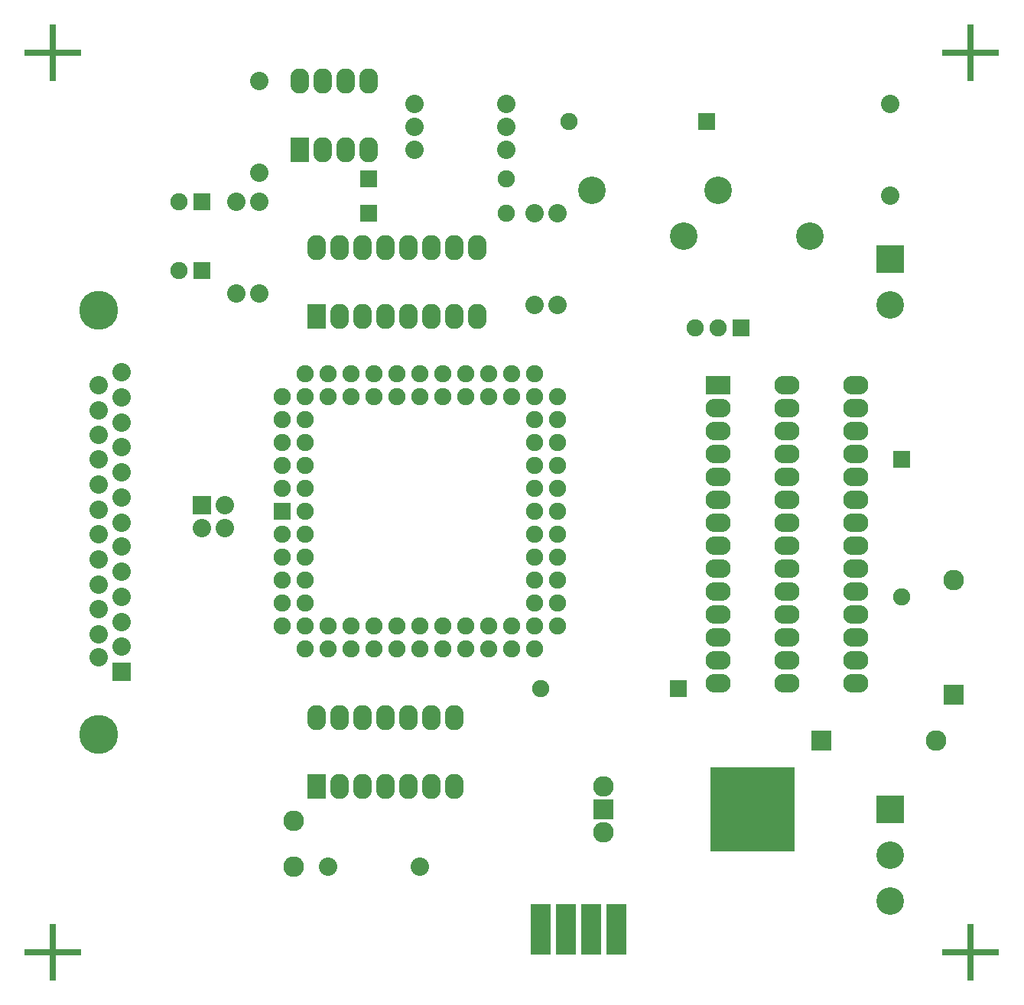
<source format=gts>
G04 (created by PCBNEW-RS274X (2012-apr-16-27)-stable) date Втр 01 Янв 2013 22:40:23*
G01*
G70*
G90*
%MOIN*%
G04 Gerber Fmt 3.4, Leading zero omitted, Abs format*
%FSLAX34Y34*%
G04 APERTURE LIST*
%ADD10C,0.006000*%
%ADD11R,0.110000X0.082000*%
%ADD12O,0.110000X0.082000*%
%ADD13R,0.130000X0.030000*%
%ADD14R,0.030000X0.130000*%
%ADD15C,0.030000*%
%ADD16R,0.110000X0.030000*%
%ADD17R,0.090000X0.220000*%
%ADD18R,0.120000X0.120000*%
%ADD19C,0.120000*%
%ADD20C,0.080000*%
%ADD21C,0.090000*%
%ADD22R,0.090000X0.090000*%
%ADD23R,0.075000X0.075000*%
%ADD24C,0.075000*%
%ADD25R,0.082000X0.110000*%
%ADD26O,0.082000X0.110000*%
%ADD27R,0.080000X0.080000*%
%ADD28R,0.370000X0.370000*%
%ADD29C,0.170000*%
G04 APERTURE END LIST*
G54D10*
G54D11*
X66250Y-28750D03*
G54D12*
X66250Y-29750D03*
X66250Y-30750D03*
X66250Y-31750D03*
X66250Y-32750D03*
X66250Y-33750D03*
X66250Y-34750D03*
X66250Y-35750D03*
X66250Y-36750D03*
X66250Y-37750D03*
X66250Y-38750D03*
X66250Y-39750D03*
X66250Y-40750D03*
X66250Y-41750D03*
X72250Y-41750D03*
X72250Y-40750D03*
X72250Y-39750D03*
X72250Y-38750D03*
X72250Y-37750D03*
X72250Y-36750D03*
X72250Y-35750D03*
X72250Y-34750D03*
X72250Y-33750D03*
X72250Y-32750D03*
X72250Y-31750D03*
X72250Y-30750D03*
X72250Y-29750D03*
X72250Y-28750D03*
X69250Y-41750D03*
X69250Y-40750D03*
X69250Y-39750D03*
X69250Y-38750D03*
X69250Y-37750D03*
X69250Y-36750D03*
X69250Y-35750D03*
X69250Y-34750D03*
X69250Y-33750D03*
X69250Y-32750D03*
X69250Y-31750D03*
X69250Y-30750D03*
X69250Y-29750D03*
X69250Y-28750D03*
G54D13*
X36650Y-14250D03*
G54D14*
X37250Y-13650D03*
G54D15*
X37250Y-14250D03*
G54D16*
X36650Y-14250D03*
G54D14*
X37250Y-14850D03*
G54D13*
X37850Y-14250D03*
X76650Y-14250D03*
G54D14*
X77250Y-13650D03*
G54D15*
X77250Y-14250D03*
G54D16*
X76650Y-14250D03*
G54D14*
X77250Y-14850D03*
G54D13*
X77850Y-14250D03*
X76650Y-53500D03*
G54D14*
X77250Y-52900D03*
G54D15*
X77250Y-53500D03*
G54D16*
X76650Y-53500D03*
G54D14*
X77250Y-54100D03*
G54D13*
X77850Y-53500D03*
X36650Y-53500D03*
G54D14*
X37250Y-52900D03*
G54D15*
X37250Y-53500D03*
G54D16*
X36650Y-53500D03*
G54D14*
X37250Y-54100D03*
G54D13*
X37850Y-53500D03*
G54D17*
X61800Y-52500D03*
X60700Y-52500D03*
X59600Y-52500D03*
X58500Y-52500D03*
G54D18*
X73750Y-47250D03*
G54D19*
X73750Y-49250D03*
X73750Y-51250D03*
G54D20*
X46250Y-15500D03*
X46250Y-19500D03*
X53000Y-16500D03*
X57000Y-16500D03*
X73750Y-20500D03*
X73750Y-16500D03*
X53000Y-18500D03*
X57000Y-18500D03*
X53000Y-17500D03*
X57000Y-17500D03*
G54D21*
X76500Y-37250D03*
G54D22*
X76500Y-42250D03*
G54D23*
X65750Y-17250D03*
G54D24*
X59750Y-17250D03*
G54D23*
X51000Y-19750D03*
G54D24*
X57000Y-19750D03*
G54D25*
X48000Y-18500D03*
G54D26*
X49000Y-18500D03*
X50000Y-18500D03*
X51000Y-18500D03*
X51000Y-15500D03*
X50000Y-15500D03*
X49000Y-15500D03*
X48000Y-15500D03*
G54D27*
X43750Y-34000D03*
G54D20*
X44750Y-34000D03*
X43750Y-35000D03*
X44750Y-35000D03*
X59250Y-25250D03*
X59250Y-21250D03*
X58250Y-25250D03*
X58250Y-21250D03*
X45250Y-20750D03*
X45250Y-24750D03*
X46250Y-20750D03*
X46250Y-24750D03*
G54D23*
X43750Y-23750D03*
G54D24*
X42750Y-23750D03*
G54D23*
X43750Y-20750D03*
G54D24*
X42750Y-20750D03*
G54D18*
X73750Y-23250D03*
G54D19*
X73750Y-25250D03*
G54D23*
X67250Y-26250D03*
G54D24*
X66250Y-26250D03*
X65250Y-26250D03*
G54D20*
X49250Y-49750D03*
X53250Y-49750D03*
G54D28*
X67750Y-47250D03*
G54D21*
X61250Y-46250D03*
G54D22*
X61250Y-47250D03*
G54D21*
X61250Y-48250D03*
X47750Y-47750D03*
X47750Y-49750D03*
G54D29*
X39250Y-25500D03*
X39250Y-44000D03*
G54D27*
X40250Y-41250D03*
G54D20*
X40250Y-40150D03*
X40250Y-39100D03*
X40250Y-38000D03*
X40250Y-36900D03*
X40250Y-35800D03*
X40250Y-34750D03*
X40250Y-33650D03*
X40250Y-32550D03*
X40250Y-31450D03*
X40250Y-30400D03*
X40250Y-29300D03*
X40250Y-28200D03*
X39250Y-40630D03*
X39250Y-39630D03*
X39250Y-38530D03*
X39250Y-37450D03*
X39250Y-36370D03*
X39250Y-35270D03*
X39250Y-34190D03*
X39250Y-33110D03*
X39250Y-31990D03*
X39250Y-30930D03*
X39250Y-29850D03*
X39250Y-28750D03*
G54D21*
X75750Y-44250D03*
G54D22*
X70750Y-44250D03*
G54D23*
X51000Y-21250D03*
G54D24*
X57000Y-21250D03*
G54D23*
X64500Y-42000D03*
G54D24*
X58500Y-42000D03*
G54D23*
X74250Y-32000D03*
G54D24*
X74250Y-38000D03*
G54D25*
X48750Y-25750D03*
G54D26*
X49750Y-25750D03*
X50750Y-25750D03*
X51750Y-25750D03*
X52750Y-25750D03*
X53750Y-25750D03*
X54750Y-25750D03*
X55750Y-25750D03*
X55750Y-22750D03*
X54750Y-22750D03*
X53750Y-22750D03*
X52750Y-22750D03*
X51750Y-22750D03*
X50750Y-22750D03*
X49750Y-22750D03*
X48750Y-22750D03*
G54D25*
X48750Y-46250D03*
G54D26*
X49750Y-46250D03*
X50750Y-46250D03*
X51750Y-46250D03*
X52750Y-46250D03*
X53750Y-46250D03*
X54750Y-46250D03*
X54750Y-43250D03*
X53750Y-43250D03*
X52750Y-43250D03*
X51750Y-43250D03*
X50750Y-43250D03*
X49750Y-43250D03*
X48750Y-43250D03*
G54D23*
X47250Y-34250D03*
G54D24*
X48250Y-34250D03*
X47250Y-35250D03*
X48250Y-35250D03*
X47250Y-36250D03*
X48250Y-36250D03*
X47250Y-37250D03*
X48250Y-37250D03*
X47250Y-38250D03*
X48250Y-38250D03*
X47250Y-39250D03*
X48250Y-40250D03*
X48250Y-39250D03*
X49250Y-40250D03*
X49250Y-39250D03*
X50250Y-40250D03*
X50250Y-39250D03*
X51250Y-40250D03*
X51250Y-39250D03*
X52250Y-40250D03*
X52250Y-39250D03*
X53250Y-40250D03*
X53250Y-39250D03*
X54250Y-40250D03*
X54250Y-39250D03*
X55250Y-40250D03*
X55250Y-39250D03*
X56250Y-40250D03*
X56250Y-39250D03*
X57250Y-40250D03*
X57250Y-39250D03*
X58250Y-40250D03*
X59250Y-39250D03*
X58250Y-39250D03*
X59250Y-38250D03*
X58250Y-38250D03*
X59250Y-37250D03*
X58250Y-37250D03*
X59250Y-36250D03*
X58250Y-36250D03*
X59250Y-35250D03*
X58250Y-35250D03*
X59250Y-34250D03*
X58250Y-34250D03*
X59250Y-33250D03*
X58250Y-33250D03*
X59250Y-32250D03*
X58250Y-32250D03*
X59250Y-31250D03*
X58250Y-31250D03*
X59250Y-30250D03*
X58250Y-30250D03*
X59250Y-29250D03*
X58250Y-28250D03*
X58250Y-29250D03*
X57250Y-28250D03*
X57250Y-29250D03*
X56250Y-28250D03*
X56250Y-29250D03*
X55250Y-28250D03*
X55250Y-29250D03*
X54250Y-28250D03*
X54250Y-29250D03*
X53250Y-28250D03*
X53250Y-29250D03*
X52250Y-28250D03*
X52250Y-29250D03*
X51250Y-28250D03*
X51250Y-29250D03*
X50250Y-28250D03*
X50250Y-29250D03*
X49250Y-28250D03*
X49250Y-29250D03*
X48250Y-28250D03*
X47250Y-29250D03*
X48250Y-29250D03*
X47250Y-30250D03*
X48250Y-30250D03*
X47250Y-31250D03*
X48250Y-31250D03*
X47250Y-32250D03*
X48250Y-32250D03*
X47250Y-33250D03*
X48250Y-33250D03*
G54D19*
X66250Y-20250D03*
X70250Y-22250D03*
X60750Y-20250D03*
X64750Y-22250D03*
M02*

</source>
